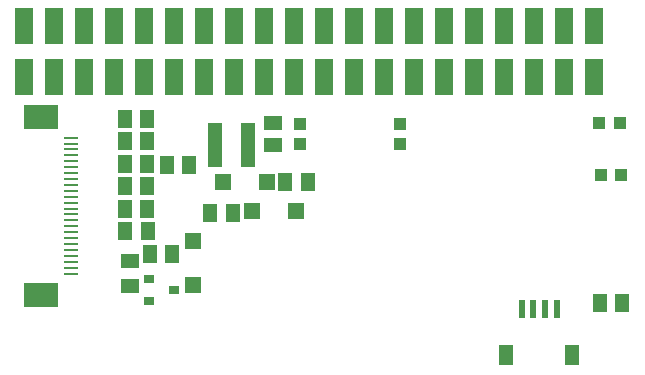
<source format=gbr>
G04 EAGLE Gerber RS-274X export*
G75*
%MOMM*%
%FSLAX34Y34*%
%LPD*%
%INSolderpaste Top*%
%IPPOS*%
%AMOC8*
5,1,8,0,0,1.08239X$1,22.5*%
G01*
%ADD10R,1.500000X1.240000*%
%ADD11R,1.240000X1.500000*%
%ADD12R,3.000000X2.000000*%
%ADD13R,1.250000X0.275000*%
%ADD14R,1.400000X1.400000*%
%ADD15R,1.200000X3.700000*%
%ADD16R,1.500000X1.200000*%
%ADD17R,0.900000X0.800000*%
%ADD18R,1.000000X1.075000*%
%ADD19R,1.075000X1.000000*%
%ADD20R,1.524000X3.048000*%
%ADD21R,0.600000X1.550000*%
%ADD22R,1.200000X1.800000*%


D10*
X179047Y181449D03*
X179047Y162449D03*
D11*
X72819Y89895D03*
X53819Y89895D03*
X53441Y108485D03*
X72441Y108485D03*
D12*
X-16935Y35305D03*
X-16935Y186405D03*
D13*
X7665Y53805D03*
X7665Y58805D03*
X7665Y63805D03*
X7665Y68805D03*
X7665Y73805D03*
X7665Y78805D03*
X7665Y83805D03*
X7665Y88805D03*
X7665Y93805D03*
X7665Y98805D03*
X7665Y103805D03*
X7665Y108805D03*
X7665Y113805D03*
X7665Y118805D03*
X7665Y123805D03*
X7665Y128805D03*
X7665Y133805D03*
X7665Y138805D03*
X7665Y143805D03*
X7665Y148805D03*
X7665Y153805D03*
X7665Y158805D03*
X7665Y163805D03*
X7665Y168805D03*
D11*
X72683Y127635D03*
X53683Y127635D03*
X72683Y146685D03*
X53683Y146685D03*
X72683Y165735D03*
X53683Y165735D03*
X72683Y184785D03*
X53683Y184785D03*
X107989Y145923D03*
X88989Y145923D03*
X189559Y130953D03*
X208559Y130953D03*
D14*
X198683Y106427D03*
X161683Y106427D03*
X137093Y130953D03*
X174093Y130953D03*
D11*
X125899Y105427D03*
X144899Y105427D03*
D14*
X110935Y81365D03*
X110935Y44365D03*
D15*
X129955Y162687D03*
X157955Y162687D03*
D16*
X57595Y64475D03*
X57595Y43475D03*
D17*
X74265Y49505D03*
X74265Y30505D03*
X95265Y40005D03*
D18*
X202217Y180585D03*
X202217Y163585D03*
X286957Y180585D03*
X286957Y163585D03*
D11*
X93765Y70485D03*
X74765Y70485D03*
D19*
X473545Y137045D03*
X456545Y137045D03*
X472495Y180975D03*
X455495Y180975D03*
D20*
X451165Y219899D03*
X451165Y263079D03*
X425765Y219899D03*
X425765Y263079D03*
X400365Y263079D03*
X400365Y219899D03*
X374965Y263079D03*
X374965Y219899D03*
X349565Y263079D03*
X349565Y219899D03*
X324165Y263079D03*
X324165Y219899D03*
X298765Y263079D03*
X298765Y219899D03*
X273365Y263079D03*
X273365Y219899D03*
X247965Y263079D03*
X247965Y219899D03*
X222565Y263079D03*
X222565Y219899D03*
X197165Y263079D03*
X197165Y219899D03*
X171765Y263079D03*
X171765Y219899D03*
X146365Y263079D03*
X146365Y219899D03*
X120965Y263079D03*
X120965Y219899D03*
X95565Y263079D03*
X95565Y219899D03*
X70165Y263079D03*
X70165Y219899D03*
X44765Y263079D03*
X44765Y219899D03*
X19365Y263079D03*
X19365Y219899D03*
X-6035Y263079D03*
X-6035Y219899D03*
X-31435Y263079D03*
X-31435Y219899D03*
D21*
X399495Y23455D03*
X409495Y23455D03*
X389495Y23455D03*
X419495Y23455D03*
D22*
X376495Y-15545D03*
X432495Y-15545D03*
D11*
X474955Y28575D03*
X455955Y28575D03*
M02*

</source>
